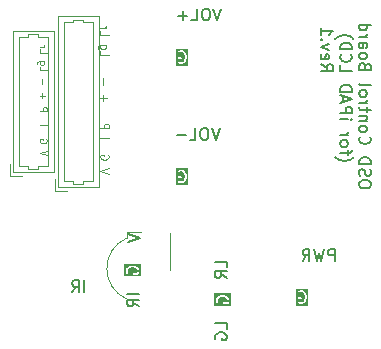
<source format=gbr>
%TF.GenerationSoftware,KiCad,Pcbnew,7.0.9*%
%TF.CreationDate,2023-12-18T23:10:01+09:00*%
%TF.ProjectId,ipad_osd_control,69706164-5f6f-4736-945f-636f6e74726f,1*%
%TF.SameCoordinates,Original*%
%TF.FileFunction,Legend,Bot*%
%TF.FilePolarity,Positive*%
%FSLAX46Y46*%
G04 Gerber Fmt 4.6, Leading zero omitted, Abs format (unit mm)*
G04 Created by KiCad (PCBNEW 7.0.9) date 2023-12-18 23:10:01*
%MOMM*%
%LPD*%
G01*
G04 APERTURE LIST*
%ADD10C,0.100000*%
%ADD11C,0.150000*%
%ADD12C,0.120000*%
G04 APERTURE END LIST*
D10*
X115334228Y-91926668D02*
X114734228Y-91726668D01*
X114734228Y-91726668D02*
X115334228Y-91526668D01*
X115305657Y-90555239D02*
X115334228Y-90612382D01*
X115334228Y-90612382D02*
X115334228Y-90698096D01*
X115334228Y-90698096D02*
X115305657Y-90783810D01*
X115305657Y-90783810D02*
X115248514Y-90840953D01*
X115248514Y-90840953D02*
X115191371Y-90869524D01*
X115191371Y-90869524D02*
X115077085Y-90898096D01*
X115077085Y-90898096D02*
X114991371Y-90898096D01*
X114991371Y-90898096D02*
X114877085Y-90869524D01*
X114877085Y-90869524D02*
X114819942Y-90840953D01*
X114819942Y-90840953D02*
X114762800Y-90783810D01*
X114762800Y-90783810D02*
X114734228Y-90698096D01*
X114734228Y-90698096D02*
X114734228Y-90640953D01*
X114734228Y-90640953D02*
X114762800Y-90555239D01*
X114762800Y-90555239D02*
X114791371Y-90526667D01*
X114791371Y-90526667D02*
X114991371Y-90526667D01*
X114991371Y-90526667D02*
X114991371Y-90640953D01*
X114734228Y-89355238D02*
X115334228Y-89355238D01*
X114734228Y-88155238D02*
X115334228Y-88155238D01*
X115334228Y-88155238D02*
X115334228Y-87926667D01*
X115334228Y-87926667D02*
X115305657Y-87869524D01*
X115305657Y-87869524D02*
X115277085Y-87840953D01*
X115277085Y-87840953D02*
X115219942Y-87812381D01*
X115219942Y-87812381D02*
X115134228Y-87812381D01*
X115134228Y-87812381D02*
X115077085Y-87840953D01*
X115077085Y-87840953D02*
X115048514Y-87869524D01*
X115048514Y-87869524D02*
X115019942Y-87926667D01*
X115019942Y-87926667D02*
X115019942Y-88155238D01*
X114962800Y-87098095D02*
X114962800Y-86640953D01*
X114734228Y-86869524D02*
X115191371Y-86869524D01*
X114962800Y-85898095D02*
X114962800Y-85440953D01*
X114734228Y-84412381D02*
X114734228Y-84698095D01*
X114734228Y-84698095D02*
X115334228Y-84698095D01*
X115134228Y-83955239D02*
X114648514Y-83955239D01*
X114648514Y-83955239D02*
X114591371Y-83983810D01*
X114591371Y-83983810D02*
X114562800Y-84012381D01*
X114562800Y-84012381D02*
X114534228Y-84069524D01*
X114534228Y-84069524D02*
X114534228Y-84155239D01*
X114534228Y-84155239D02*
X114562800Y-84212381D01*
X114762800Y-83955239D02*
X114734228Y-84012381D01*
X114734228Y-84012381D02*
X114734228Y-84126667D01*
X114734228Y-84126667D02*
X114762800Y-84183810D01*
X114762800Y-84183810D02*
X114791371Y-84212381D01*
X114791371Y-84212381D02*
X114848514Y-84240953D01*
X114848514Y-84240953D02*
X115019942Y-84240953D01*
X115019942Y-84240953D02*
X115077085Y-84212381D01*
X115077085Y-84212381D02*
X115105657Y-84183810D01*
X115105657Y-84183810D02*
X115134228Y-84126667D01*
X115134228Y-84126667D02*
X115134228Y-84012381D01*
X115134228Y-84012381D02*
X115105657Y-83955239D01*
X114734228Y-82926667D02*
X114734228Y-83212381D01*
X114734228Y-83212381D02*
X115334228Y-83212381D01*
X114734228Y-82726667D02*
X115134228Y-82726667D01*
X115019942Y-82726667D02*
X115077085Y-82698096D01*
X115077085Y-82698096D02*
X115105657Y-82669525D01*
X115105657Y-82669525D02*
X115134228Y-82612382D01*
X115134228Y-82612382D02*
X115134228Y-82555239D01*
X120577266Y-93491944D02*
X119877266Y-93258611D01*
X119877266Y-93258611D02*
X120577266Y-93025277D01*
X120543933Y-91891944D02*
X120577266Y-91958611D01*
X120577266Y-91958611D02*
X120577266Y-92058611D01*
X120577266Y-92058611D02*
X120543933Y-92158611D01*
X120543933Y-92158611D02*
X120477266Y-92225278D01*
X120477266Y-92225278D02*
X120410600Y-92258611D01*
X120410600Y-92258611D02*
X120277266Y-92291944D01*
X120277266Y-92291944D02*
X120177266Y-92291944D01*
X120177266Y-92291944D02*
X120043933Y-92258611D01*
X120043933Y-92258611D02*
X119977266Y-92225278D01*
X119977266Y-92225278D02*
X119910600Y-92158611D01*
X119910600Y-92158611D02*
X119877266Y-92058611D01*
X119877266Y-92058611D02*
X119877266Y-91991944D01*
X119877266Y-91991944D02*
X119910600Y-91891944D01*
X119910600Y-91891944D02*
X119943933Y-91858611D01*
X119943933Y-91858611D02*
X120177266Y-91858611D01*
X120177266Y-91858611D02*
X120177266Y-91991944D01*
X119877266Y-90491945D02*
X120577266Y-90491945D01*
X119877266Y-89625279D02*
X120577266Y-89625279D01*
X120577266Y-89625279D02*
X120577266Y-89358612D01*
X120577266Y-89358612D02*
X120543933Y-89291946D01*
X120543933Y-89291946D02*
X120510600Y-89258612D01*
X120510600Y-89258612D02*
X120443933Y-89225279D01*
X120443933Y-89225279D02*
X120343933Y-89225279D01*
X120343933Y-89225279D02*
X120277266Y-89258612D01*
X120277266Y-89258612D02*
X120243933Y-89291946D01*
X120243933Y-89291946D02*
X120210600Y-89358612D01*
X120210600Y-89358612D02*
X120210600Y-89625279D01*
X120143933Y-87325280D02*
X120143933Y-86791947D01*
X119877266Y-87058613D02*
X120410600Y-87058613D01*
X120143933Y-85925280D02*
X120143933Y-85391947D01*
X119877266Y-83125281D02*
X119877266Y-83458614D01*
X119877266Y-83458614D02*
X120577266Y-83458614D01*
X120343933Y-82591947D02*
X119777266Y-82591947D01*
X119777266Y-82591947D02*
X119710600Y-82625280D01*
X119710600Y-82625280D02*
X119677266Y-82658614D01*
X119677266Y-82658614D02*
X119643933Y-82725280D01*
X119643933Y-82725280D02*
X119643933Y-82825280D01*
X119643933Y-82825280D02*
X119677266Y-82891947D01*
X119910600Y-82591947D02*
X119877266Y-82658614D01*
X119877266Y-82658614D02*
X119877266Y-82791947D01*
X119877266Y-82791947D02*
X119910600Y-82858614D01*
X119910600Y-82858614D02*
X119943933Y-82891947D01*
X119943933Y-82891947D02*
X120010600Y-82925280D01*
X120010600Y-82925280D02*
X120210600Y-82925280D01*
X120210600Y-82925280D02*
X120277266Y-82891947D01*
X120277266Y-82891947D02*
X120310600Y-82858614D01*
X120310600Y-82858614D02*
X120343933Y-82791947D01*
X120343933Y-82791947D02*
X120343933Y-82658614D01*
X120343933Y-82658614D02*
X120310600Y-82591947D01*
X119877266Y-81391948D02*
X119877266Y-81725281D01*
X119877266Y-81725281D02*
X120577266Y-81725281D01*
X119877266Y-81158614D02*
X120343933Y-81158614D01*
X120210600Y-81158614D02*
X120277266Y-81125281D01*
X120277266Y-81125281D02*
X120310600Y-81091947D01*
X120310600Y-81091947D02*
X120343933Y-81025281D01*
X120343933Y-81025281D02*
X120343933Y-80958614D01*
D11*
G36*
X123328476Y-102167264D02*
G01*
X121892762Y-102167264D01*
X121892762Y-101806550D01*
X122035619Y-101806550D01*
X122037152Y-101810763D01*
X122036111Y-101815124D01*
X122043537Y-101840091D01*
X122091156Y-101935329D01*
X122128410Y-101970601D01*
X122179620Y-101973676D01*
X122220826Y-101943112D01*
X122232746Y-101893213D01*
X122225320Y-101868247D01*
X122185619Y-101788845D01*
X122185619Y-101675863D01*
X122223790Y-101561349D01*
X122297903Y-101487237D01*
X122374890Y-101448743D01*
X122548424Y-101405360D01*
X122672813Y-101405360D01*
X122846347Y-101448743D01*
X122923334Y-101487237D01*
X122997448Y-101561350D01*
X123035619Y-101675863D01*
X123035619Y-101746761D01*
X122997448Y-101861273D01*
X122984314Y-101874407D01*
X122757047Y-101874407D01*
X122757047Y-101758931D01*
X122739500Y-101710722D01*
X122695071Y-101685070D01*
X122644547Y-101693979D01*
X122611570Y-101733279D01*
X122607047Y-101758931D01*
X122607047Y-101949407D01*
X122613710Y-101967715D01*
X122617095Y-101986907D01*
X122622279Y-101991257D01*
X122624594Y-101997616D01*
X122641467Y-102007358D01*
X122656395Y-102019884D01*
X122666137Y-102021601D01*
X122669023Y-102023268D01*
X122672305Y-102022689D01*
X122682047Y-102024407D01*
X123015380Y-102024407D01*
X123030763Y-102018807D01*
X123047075Y-102017381D01*
X123060489Y-102007988D01*
X123063589Y-102006860D01*
X123064598Y-102005110D01*
X123068412Y-102002441D01*
X123116032Y-101954822D01*
X123117927Y-101950757D01*
X123121748Y-101948410D01*
X123134151Y-101925505D01*
X123181770Y-101782649D01*
X123181725Y-101781013D01*
X123185619Y-101758931D01*
X123185619Y-101663693D01*
X123185059Y-101662155D01*
X123181770Y-101639975D01*
X123134151Y-101497119D01*
X123131364Y-101493608D01*
X123130974Y-101489140D01*
X123116033Y-101467803D01*
X123020794Y-101372565D01*
X123019312Y-101371874D01*
X123001302Y-101358516D01*
X122906064Y-101310897D01*
X122902535Y-101310490D01*
X122890713Y-101305218D01*
X122700237Y-101257599D01*
X122696788Y-101257959D01*
X122682047Y-101255360D01*
X122539190Y-101255360D01*
X122535932Y-101256545D01*
X122521000Y-101257599D01*
X122330524Y-101305218D01*
X122327579Y-101307206D01*
X122315173Y-101310897D01*
X122219935Y-101358516D01*
X122218811Y-101359702D01*
X122200443Y-101372565D01*
X122105205Y-101467803D01*
X122103310Y-101471866D01*
X122099489Y-101474214D01*
X122087087Y-101497119D01*
X122039468Y-101639976D01*
X122039512Y-101641610D01*
X122035619Y-101663693D01*
X122035619Y-101806550D01*
X121892762Y-101806550D01*
X121892762Y-101112503D01*
X123328476Y-101112503D01*
X123328476Y-102167264D01*
G37*
X122263019Y-99272477D02*
X123263019Y-98939144D01*
X123263019Y-98939144D02*
X122263019Y-98605811D01*
X123161419Y-103663979D02*
X122161419Y-103663979D01*
X123161419Y-104711597D02*
X122685228Y-104378264D01*
X123161419Y-104140169D02*
X122161419Y-104140169D01*
X122161419Y-104140169D02*
X122161419Y-104521121D01*
X122161419Y-104521121D02*
X122209038Y-104616359D01*
X122209038Y-104616359D02*
X122256657Y-104663978D01*
X122256657Y-104663978D02*
X122351895Y-104711597D01*
X122351895Y-104711597D02*
X122494752Y-104711597D01*
X122494752Y-104711597D02*
X122589990Y-104663978D01*
X122589990Y-104663978D02*
X122637609Y-104616359D01*
X122637609Y-104616359D02*
X122685228Y-104521121D01*
X122685228Y-104521121D02*
X122685228Y-104140169D01*
G36*
X130948476Y-104656464D02*
G01*
X129512762Y-104656464D01*
X129512762Y-104295750D01*
X129655619Y-104295750D01*
X129657152Y-104299963D01*
X129656111Y-104304324D01*
X129663537Y-104329291D01*
X129711156Y-104424529D01*
X129748410Y-104459801D01*
X129799620Y-104462876D01*
X129840826Y-104432312D01*
X129852746Y-104382413D01*
X129845320Y-104357447D01*
X129805619Y-104278045D01*
X129805619Y-104165063D01*
X129843790Y-104050549D01*
X129917903Y-103976437D01*
X129994890Y-103937943D01*
X130168424Y-103894560D01*
X130292813Y-103894560D01*
X130466347Y-103937943D01*
X130543334Y-103976437D01*
X130617448Y-104050550D01*
X130655619Y-104165063D01*
X130655619Y-104235961D01*
X130617448Y-104350473D01*
X130604314Y-104363607D01*
X130377047Y-104363607D01*
X130377047Y-104248131D01*
X130359500Y-104199922D01*
X130315071Y-104174270D01*
X130264547Y-104183179D01*
X130231570Y-104222479D01*
X130227047Y-104248131D01*
X130227047Y-104438607D01*
X130233710Y-104456915D01*
X130237095Y-104476107D01*
X130242279Y-104480457D01*
X130244594Y-104486816D01*
X130261467Y-104496558D01*
X130276395Y-104509084D01*
X130286137Y-104510801D01*
X130289023Y-104512468D01*
X130292305Y-104511889D01*
X130302047Y-104513607D01*
X130635380Y-104513607D01*
X130650763Y-104508007D01*
X130667075Y-104506581D01*
X130680489Y-104497188D01*
X130683589Y-104496060D01*
X130684598Y-104494310D01*
X130688412Y-104491641D01*
X130736032Y-104444022D01*
X130737927Y-104439957D01*
X130741748Y-104437610D01*
X130754151Y-104414705D01*
X130801770Y-104271849D01*
X130801725Y-104270213D01*
X130805619Y-104248131D01*
X130805619Y-104152893D01*
X130805059Y-104151355D01*
X130801770Y-104129175D01*
X130754151Y-103986319D01*
X130751364Y-103982808D01*
X130750974Y-103978340D01*
X130736033Y-103957003D01*
X130640794Y-103861765D01*
X130639312Y-103861074D01*
X130621302Y-103847716D01*
X130526064Y-103800097D01*
X130522535Y-103799690D01*
X130510713Y-103794418D01*
X130320237Y-103746799D01*
X130316788Y-103747159D01*
X130302047Y-103744560D01*
X130159190Y-103744560D01*
X130155932Y-103745745D01*
X130141000Y-103746799D01*
X129950524Y-103794418D01*
X129947579Y-103796406D01*
X129935173Y-103800097D01*
X129839935Y-103847716D01*
X129838811Y-103848902D01*
X129820443Y-103861765D01*
X129725205Y-103957003D01*
X129723310Y-103961066D01*
X129719489Y-103963414D01*
X129707087Y-103986319D01*
X129659468Y-104129176D01*
X129659512Y-104130810D01*
X129655619Y-104152893D01*
X129655619Y-104295750D01*
X129512762Y-104295750D01*
X129512762Y-103601703D01*
X130948476Y-103601703D01*
X130948476Y-104656464D01*
G37*
G36*
X137495096Y-104634076D02*
G01*
X136440335Y-104634076D01*
X136440335Y-104320980D01*
X136583192Y-104320980D01*
X136588791Y-104336363D01*
X136590218Y-104352675D01*
X136599610Y-104366089D01*
X136600739Y-104369189D01*
X136602488Y-104370198D01*
X136605158Y-104374012D01*
X136652777Y-104421632D01*
X136656841Y-104423527D01*
X136659189Y-104427348D01*
X136682094Y-104439751D01*
X136824950Y-104487370D01*
X136826585Y-104487325D01*
X136848668Y-104491219D01*
X136943906Y-104491219D01*
X136945444Y-104490658D01*
X136967623Y-104487370D01*
X137110480Y-104439751D01*
X137113992Y-104436963D01*
X137118459Y-104436573D01*
X137139796Y-104421633D01*
X137235035Y-104326393D01*
X137235726Y-104324910D01*
X137249083Y-104306902D01*
X137296702Y-104211664D01*
X137297108Y-104208135D01*
X137302381Y-104196313D01*
X137350000Y-104005837D01*
X137349639Y-104002388D01*
X137352239Y-103987647D01*
X137352239Y-103844790D01*
X137351053Y-103841532D01*
X137350000Y-103826600D01*
X137302381Y-103636124D01*
X137300392Y-103633179D01*
X137296702Y-103620773D01*
X137249083Y-103525535D01*
X137247896Y-103524411D01*
X137235034Y-103506043D01*
X137139796Y-103410805D01*
X137135732Y-103408910D01*
X137133385Y-103405089D01*
X137110480Y-103392687D01*
X136967623Y-103345068D01*
X136965988Y-103345112D01*
X136943906Y-103341219D01*
X136801049Y-103341219D01*
X136796835Y-103342752D01*
X136792474Y-103341711D01*
X136767508Y-103349137D01*
X136672270Y-103396756D01*
X136636998Y-103434010D01*
X136633923Y-103485221D01*
X136664487Y-103526426D01*
X136714385Y-103538346D01*
X136739352Y-103530920D01*
X136818754Y-103491219D01*
X136931736Y-103491219D01*
X137046249Y-103529390D01*
X137120362Y-103603503D01*
X137158855Y-103680490D01*
X137202239Y-103854024D01*
X137202239Y-103978413D01*
X137158855Y-104151947D01*
X137120361Y-104228934D01*
X137046249Y-104303047D01*
X136931736Y-104341219D01*
X136860838Y-104341219D01*
X136746325Y-104303048D01*
X136733192Y-104289914D01*
X136733192Y-104062647D01*
X136848668Y-104062647D01*
X136896877Y-104045100D01*
X136922529Y-104000671D01*
X136913620Y-103950147D01*
X136874320Y-103917170D01*
X136848668Y-103912647D01*
X136658192Y-103912647D01*
X136639883Y-103919310D01*
X136620692Y-103922695D01*
X136616341Y-103927879D01*
X136609983Y-103930194D01*
X136600240Y-103947067D01*
X136587715Y-103961995D01*
X136585997Y-103971737D01*
X136584331Y-103974623D01*
X136584909Y-103977905D01*
X136583192Y-103987647D01*
X136583192Y-104320980D01*
X136440335Y-104320980D01*
X136440335Y-103198362D01*
X137495096Y-103198362D01*
X137495096Y-104634076D01*
G37*
G36*
X127335096Y-94423276D02*
G01*
X126280335Y-94423276D01*
X126280335Y-94110180D01*
X126423192Y-94110180D01*
X126428791Y-94125563D01*
X126430218Y-94141875D01*
X126439610Y-94155289D01*
X126440739Y-94158389D01*
X126442488Y-94159398D01*
X126445158Y-94163212D01*
X126492777Y-94210832D01*
X126496841Y-94212727D01*
X126499189Y-94216548D01*
X126522094Y-94228951D01*
X126664950Y-94276570D01*
X126666585Y-94276525D01*
X126688668Y-94280419D01*
X126783906Y-94280419D01*
X126785444Y-94279858D01*
X126807623Y-94276570D01*
X126950480Y-94228951D01*
X126953992Y-94226163D01*
X126958459Y-94225773D01*
X126979796Y-94210833D01*
X127075035Y-94115593D01*
X127075726Y-94114110D01*
X127089083Y-94096102D01*
X127136702Y-94000864D01*
X127137108Y-93997335D01*
X127142381Y-93985513D01*
X127190000Y-93795037D01*
X127189639Y-93791588D01*
X127192239Y-93776847D01*
X127192239Y-93633990D01*
X127191053Y-93630732D01*
X127190000Y-93615800D01*
X127142381Y-93425324D01*
X127140392Y-93422379D01*
X127136702Y-93409973D01*
X127089083Y-93314735D01*
X127087896Y-93313611D01*
X127075034Y-93295243D01*
X126979796Y-93200005D01*
X126975732Y-93198110D01*
X126973385Y-93194289D01*
X126950480Y-93181887D01*
X126807623Y-93134268D01*
X126805988Y-93134312D01*
X126783906Y-93130419D01*
X126641049Y-93130419D01*
X126636835Y-93131952D01*
X126632474Y-93130911D01*
X126607508Y-93138337D01*
X126512270Y-93185956D01*
X126476998Y-93223210D01*
X126473923Y-93274421D01*
X126504487Y-93315626D01*
X126554385Y-93327546D01*
X126579352Y-93320120D01*
X126658754Y-93280419D01*
X126771736Y-93280419D01*
X126886249Y-93318590D01*
X126960362Y-93392703D01*
X126998855Y-93469690D01*
X127042239Y-93643224D01*
X127042239Y-93767613D01*
X126998855Y-93941147D01*
X126960361Y-94018134D01*
X126886249Y-94092247D01*
X126771736Y-94130419D01*
X126700838Y-94130419D01*
X126586325Y-94092248D01*
X126573192Y-94079114D01*
X126573192Y-93851847D01*
X126688668Y-93851847D01*
X126736877Y-93834300D01*
X126762529Y-93789871D01*
X126753620Y-93739347D01*
X126714320Y-93706370D01*
X126688668Y-93701847D01*
X126498192Y-93701847D01*
X126479883Y-93708510D01*
X126460692Y-93711895D01*
X126456341Y-93717079D01*
X126449983Y-93719394D01*
X126440240Y-93736267D01*
X126427715Y-93751195D01*
X126425997Y-93760937D01*
X126424331Y-93763823D01*
X126424909Y-93767105D01*
X126423192Y-93776847D01*
X126423192Y-94110180D01*
X126280335Y-94110180D01*
X126280335Y-92987562D01*
X127335096Y-92987562D01*
X127335096Y-94423276D01*
G37*
G36*
X127335096Y-84314076D02*
G01*
X126280335Y-84314076D01*
X126280335Y-84000980D01*
X126423192Y-84000980D01*
X126428791Y-84016363D01*
X126430218Y-84032675D01*
X126439610Y-84046089D01*
X126440739Y-84049189D01*
X126442488Y-84050198D01*
X126445158Y-84054012D01*
X126492777Y-84101632D01*
X126496841Y-84103527D01*
X126499189Y-84107348D01*
X126522094Y-84119751D01*
X126664950Y-84167370D01*
X126666585Y-84167325D01*
X126688668Y-84171219D01*
X126783906Y-84171219D01*
X126785444Y-84170658D01*
X126807623Y-84167370D01*
X126950480Y-84119751D01*
X126953992Y-84116963D01*
X126958459Y-84116573D01*
X126979796Y-84101633D01*
X127075035Y-84006393D01*
X127075726Y-84004910D01*
X127089083Y-83986902D01*
X127136702Y-83891664D01*
X127137108Y-83888135D01*
X127142381Y-83876313D01*
X127190000Y-83685837D01*
X127189639Y-83682388D01*
X127192239Y-83667647D01*
X127192239Y-83524790D01*
X127191053Y-83521532D01*
X127190000Y-83506600D01*
X127142381Y-83316124D01*
X127140392Y-83313179D01*
X127136702Y-83300773D01*
X127089083Y-83205535D01*
X127087896Y-83204411D01*
X127075034Y-83186043D01*
X126979796Y-83090805D01*
X126975732Y-83088910D01*
X126973385Y-83085089D01*
X126950480Y-83072687D01*
X126807623Y-83025068D01*
X126805988Y-83025112D01*
X126783906Y-83021219D01*
X126641049Y-83021219D01*
X126636835Y-83022752D01*
X126632474Y-83021711D01*
X126607508Y-83029137D01*
X126512270Y-83076756D01*
X126476998Y-83114010D01*
X126473923Y-83165221D01*
X126504487Y-83206426D01*
X126554385Y-83218346D01*
X126579352Y-83210920D01*
X126658754Y-83171219D01*
X126771736Y-83171219D01*
X126886249Y-83209390D01*
X126960362Y-83283503D01*
X126998855Y-83360490D01*
X127042239Y-83534024D01*
X127042239Y-83658413D01*
X126998855Y-83831947D01*
X126960361Y-83908934D01*
X126886249Y-83983047D01*
X126771736Y-84021219D01*
X126700838Y-84021219D01*
X126586325Y-83983048D01*
X126573192Y-83969914D01*
X126573192Y-83742647D01*
X126688668Y-83742647D01*
X126736877Y-83725100D01*
X126762529Y-83680671D01*
X126753620Y-83630147D01*
X126714320Y-83597170D01*
X126688668Y-83592647D01*
X126498192Y-83592647D01*
X126479883Y-83599310D01*
X126460692Y-83602695D01*
X126456341Y-83607879D01*
X126449983Y-83610194D01*
X126440240Y-83627067D01*
X126427715Y-83641995D01*
X126425997Y-83651737D01*
X126424331Y-83654623D01*
X126424909Y-83657905D01*
X126423192Y-83667647D01*
X126423192Y-84000980D01*
X126280335Y-84000980D01*
X126280335Y-82878362D01*
X127335096Y-82878362D01*
X127335096Y-84314076D01*
G37*
X130578219Y-106629369D02*
X130578219Y-106153179D01*
X130578219Y-106153179D02*
X129578219Y-106153179D01*
X129625838Y-107486512D02*
X129578219Y-107391274D01*
X129578219Y-107391274D02*
X129578219Y-107248417D01*
X129578219Y-107248417D02*
X129625838Y-107105560D01*
X129625838Y-107105560D02*
X129721076Y-107010322D01*
X129721076Y-107010322D02*
X129816314Y-106962703D01*
X129816314Y-106962703D02*
X130006790Y-106915084D01*
X130006790Y-106915084D02*
X130149647Y-106915084D01*
X130149647Y-106915084D02*
X130340123Y-106962703D01*
X130340123Y-106962703D02*
X130435361Y-107010322D01*
X130435361Y-107010322D02*
X130530600Y-107105560D01*
X130530600Y-107105560D02*
X130578219Y-107248417D01*
X130578219Y-107248417D02*
X130578219Y-107343655D01*
X130578219Y-107343655D02*
X130530600Y-107486512D01*
X130530600Y-107486512D02*
X130482980Y-107534131D01*
X130482980Y-107534131D02*
X130149647Y-107534131D01*
X130149647Y-107534131D02*
X130149647Y-107343655D01*
X130578219Y-101396969D02*
X130578219Y-100920779D01*
X130578219Y-100920779D02*
X129578219Y-100920779D01*
X130578219Y-102301731D02*
X130102028Y-101968398D01*
X130578219Y-101730303D02*
X129578219Y-101730303D01*
X129578219Y-101730303D02*
X129578219Y-102111255D01*
X129578219Y-102111255D02*
X129625838Y-102206493D01*
X129625838Y-102206493D02*
X129673457Y-102254112D01*
X129673457Y-102254112D02*
X129768695Y-102301731D01*
X129768695Y-102301731D02*
X129911552Y-102301731D01*
X129911552Y-102301731D02*
X130006790Y-102254112D01*
X130006790Y-102254112D02*
X130054409Y-102206493D01*
X130054409Y-102206493D02*
X130102028Y-102111255D01*
X130102028Y-102111255D02*
X130102028Y-101730303D01*
X118535220Y-103501819D02*
X118535220Y-102501819D01*
X117487602Y-103501819D02*
X117820935Y-103025628D01*
X118059030Y-103501819D02*
X118059030Y-102501819D01*
X118059030Y-102501819D02*
X117678078Y-102501819D01*
X117678078Y-102501819D02*
X117582840Y-102549438D01*
X117582840Y-102549438D02*
X117535221Y-102597057D01*
X117535221Y-102597057D02*
X117487602Y-102692295D01*
X117487602Y-102692295D02*
X117487602Y-102835152D01*
X117487602Y-102835152D02*
X117535221Y-102930390D01*
X117535221Y-102930390D02*
X117582840Y-102978009D01*
X117582840Y-102978009D02*
X117678078Y-103025628D01*
X117678078Y-103025628D02*
X118059030Y-103025628D01*
X139718820Y-100860219D02*
X139718820Y-99860219D01*
X139718820Y-99860219D02*
X139337868Y-99860219D01*
X139337868Y-99860219D02*
X139242630Y-99907838D01*
X139242630Y-99907838D02*
X139195011Y-99955457D01*
X139195011Y-99955457D02*
X139147392Y-100050695D01*
X139147392Y-100050695D02*
X139147392Y-100193552D01*
X139147392Y-100193552D02*
X139195011Y-100288790D01*
X139195011Y-100288790D02*
X139242630Y-100336409D01*
X139242630Y-100336409D02*
X139337868Y-100384028D01*
X139337868Y-100384028D02*
X139718820Y-100384028D01*
X138814058Y-99860219D02*
X138575963Y-100860219D01*
X138575963Y-100860219D02*
X138385487Y-100145933D01*
X138385487Y-100145933D02*
X138195011Y-100860219D01*
X138195011Y-100860219D02*
X137956916Y-99860219D01*
X137004535Y-100860219D02*
X137337868Y-100384028D01*
X137575963Y-100860219D02*
X137575963Y-99860219D01*
X137575963Y-99860219D02*
X137195011Y-99860219D01*
X137195011Y-99860219D02*
X137099773Y-99907838D01*
X137099773Y-99907838D02*
X137052154Y-99955457D01*
X137052154Y-99955457D02*
X137004535Y-100050695D01*
X137004535Y-100050695D02*
X137004535Y-100193552D01*
X137004535Y-100193552D02*
X137052154Y-100288790D01*
X137052154Y-100288790D02*
X137099773Y-100336409D01*
X137099773Y-100336409D02*
X137195011Y-100384028D01*
X137195011Y-100384028D02*
X137575963Y-100384028D01*
X129981077Y-89598619D02*
X129647744Y-90598619D01*
X129647744Y-90598619D02*
X129314411Y-89598619D01*
X128790601Y-89598619D02*
X128600125Y-89598619D01*
X128600125Y-89598619D02*
X128504887Y-89646238D01*
X128504887Y-89646238D02*
X128409649Y-89741476D01*
X128409649Y-89741476D02*
X128362030Y-89931952D01*
X128362030Y-89931952D02*
X128362030Y-90265285D01*
X128362030Y-90265285D02*
X128409649Y-90455761D01*
X128409649Y-90455761D02*
X128504887Y-90551000D01*
X128504887Y-90551000D02*
X128600125Y-90598619D01*
X128600125Y-90598619D02*
X128790601Y-90598619D01*
X128790601Y-90598619D02*
X128885839Y-90551000D01*
X128885839Y-90551000D02*
X128981077Y-90455761D01*
X128981077Y-90455761D02*
X129028696Y-90265285D01*
X129028696Y-90265285D02*
X129028696Y-89931952D01*
X129028696Y-89931952D02*
X128981077Y-89741476D01*
X128981077Y-89741476D02*
X128885839Y-89646238D01*
X128885839Y-89646238D02*
X128790601Y-89598619D01*
X127457268Y-90598619D02*
X127933458Y-90598619D01*
X127933458Y-90598619D02*
X127933458Y-89598619D01*
X127123934Y-90217666D02*
X126362030Y-90217666D01*
X130108077Y-79489419D02*
X129774744Y-80489419D01*
X129774744Y-80489419D02*
X129441411Y-79489419D01*
X128917601Y-79489419D02*
X128727125Y-79489419D01*
X128727125Y-79489419D02*
X128631887Y-79537038D01*
X128631887Y-79537038D02*
X128536649Y-79632276D01*
X128536649Y-79632276D02*
X128489030Y-79822752D01*
X128489030Y-79822752D02*
X128489030Y-80156085D01*
X128489030Y-80156085D02*
X128536649Y-80346561D01*
X128536649Y-80346561D02*
X128631887Y-80441800D01*
X128631887Y-80441800D02*
X128727125Y-80489419D01*
X128727125Y-80489419D02*
X128917601Y-80489419D01*
X128917601Y-80489419D02*
X129012839Y-80441800D01*
X129012839Y-80441800D02*
X129108077Y-80346561D01*
X129108077Y-80346561D02*
X129155696Y-80156085D01*
X129155696Y-80156085D02*
X129155696Y-79822752D01*
X129155696Y-79822752D02*
X129108077Y-79632276D01*
X129108077Y-79632276D02*
X129012839Y-79537038D01*
X129012839Y-79537038D02*
X128917601Y-79489419D01*
X127584268Y-80489419D02*
X128060458Y-80489419D01*
X128060458Y-80489419D02*
X128060458Y-79489419D01*
X127250934Y-80108466D02*
X126489030Y-80108466D01*
X126869982Y-80489419D02*
X126869982Y-79727514D01*
X142780180Y-94468744D02*
X142780180Y-94278268D01*
X142780180Y-94278268D02*
X142732561Y-94183030D01*
X142732561Y-94183030D02*
X142637323Y-94087792D01*
X142637323Y-94087792D02*
X142446847Y-94040173D01*
X142446847Y-94040173D02*
X142113514Y-94040173D01*
X142113514Y-94040173D02*
X141923038Y-94087792D01*
X141923038Y-94087792D02*
X141827800Y-94183030D01*
X141827800Y-94183030D02*
X141780180Y-94278268D01*
X141780180Y-94278268D02*
X141780180Y-94468744D01*
X141780180Y-94468744D02*
X141827800Y-94563982D01*
X141827800Y-94563982D02*
X141923038Y-94659220D01*
X141923038Y-94659220D02*
X142113514Y-94706839D01*
X142113514Y-94706839D02*
X142446847Y-94706839D01*
X142446847Y-94706839D02*
X142637323Y-94659220D01*
X142637323Y-94659220D02*
X142732561Y-94563982D01*
X142732561Y-94563982D02*
X142780180Y-94468744D01*
X141827800Y-93659220D02*
X141780180Y-93516363D01*
X141780180Y-93516363D02*
X141780180Y-93278268D01*
X141780180Y-93278268D02*
X141827800Y-93183030D01*
X141827800Y-93183030D02*
X141875419Y-93135411D01*
X141875419Y-93135411D02*
X141970657Y-93087792D01*
X141970657Y-93087792D02*
X142065895Y-93087792D01*
X142065895Y-93087792D02*
X142161133Y-93135411D01*
X142161133Y-93135411D02*
X142208752Y-93183030D01*
X142208752Y-93183030D02*
X142256371Y-93278268D01*
X142256371Y-93278268D02*
X142303990Y-93468744D01*
X142303990Y-93468744D02*
X142351609Y-93563982D01*
X142351609Y-93563982D02*
X142399228Y-93611601D01*
X142399228Y-93611601D02*
X142494466Y-93659220D01*
X142494466Y-93659220D02*
X142589704Y-93659220D01*
X142589704Y-93659220D02*
X142684942Y-93611601D01*
X142684942Y-93611601D02*
X142732561Y-93563982D01*
X142732561Y-93563982D02*
X142780180Y-93468744D01*
X142780180Y-93468744D02*
X142780180Y-93230649D01*
X142780180Y-93230649D02*
X142732561Y-93087792D01*
X141780180Y-92659220D02*
X142780180Y-92659220D01*
X142780180Y-92659220D02*
X142780180Y-92421125D01*
X142780180Y-92421125D02*
X142732561Y-92278268D01*
X142732561Y-92278268D02*
X142637323Y-92183030D01*
X142637323Y-92183030D02*
X142542085Y-92135411D01*
X142542085Y-92135411D02*
X142351609Y-92087792D01*
X142351609Y-92087792D02*
X142208752Y-92087792D01*
X142208752Y-92087792D02*
X142018276Y-92135411D01*
X142018276Y-92135411D02*
X141923038Y-92183030D01*
X141923038Y-92183030D02*
X141827800Y-92278268D01*
X141827800Y-92278268D02*
X141780180Y-92421125D01*
X141780180Y-92421125D02*
X141780180Y-92659220D01*
X141875419Y-90325887D02*
X141827800Y-90373506D01*
X141827800Y-90373506D02*
X141780180Y-90516363D01*
X141780180Y-90516363D02*
X141780180Y-90611601D01*
X141780180Y-90611601D02*
X141827800Y-90754458D01*
X141827800Y-90754458D02*
X141923038Y-90849696D01*
X141923038Y-90849696D02*
X142018276Y-90897315D01*
X142018276Y-90897315D02*
X142208752Y-90944934D01*
X142208752Y-90944934D02*
X142351609Y-90944934D01*
X142351609Y-90944934D02*
X142542085Y-90897315D01*
X142542085Y-90897315D02*
X142637323Y-90849696D01*
X142637323Y-90849696D02*
X142732561Y-90754458D01*
X142732561Y-90754458D02*
X142780180Y-90611601D01*
X142780180Y-90611601D02*
X142780180Y-90516363D01*
X142780180Y-90516363D02*
X142732561Y-90373506D01*
X142732561Y-90373506D02*
X142684942Y-90325887D01*
X141780180Y-89754458D02*
X141827800Y-89849696D01*
X141827800Y-89849696D02*
X141875419Y-89897315D01*
X141875419Y-89897315D02*
X141970657Y-89944934D01*
X141970657Y-89944934D02*
X142256371Y-89944934D01*
X142256371Y-89944934D02*
X142351609Y-89897315D01*
X142351609Y-89897315D02*
X142399228Y-89849696D01*
X142399228Y-89849696D02*
X142446847Y-89754458D01*
X142446847Y-89754458D02*
X142446847Y-89611601D01*
X142446847Y-89611601D02*
X142399228Y-89516363D01*
X142399228Y-89516363D02*
X142351609Y-89468744D01*
X142351609Y-89468744D02*
X142256371Y-89421125D01*
X142256371Y-89421125D02*
X141970657Y-89421125D01*
X141970657Y-89421125D02*
X141875419Y-89468744D01*
X141875419Y-89468744D02*
X141827800Y-89516363D01*
X141827800Y-89516363D02*
X141780180Y-89611601D01*
X141780180Y-89611601D02*
X141780180Y-89754458D01*
X142446847Y-88992553D02*
X141780180Y-88992553D01*
X142351609Y-88992553D02*
X142399228Y-88944934D01*
X142399228Y-88944934D02*
X142446847Y-88849696D01*
X142446847Y-88849696D02*
X142446847Y-88706839D01*
X142446847Y-88706839D02*
X142399228Y-88611601D01*
X142399228Y-88611601D02*
X142303990Y-88563982D01*
X142303990Y-88563982D02*
X141780180Y-88563982D01*
X142446847Y-88230648D02*
X142446847Y-87849696D01*
X142780180Y-88087791D02*
X141923038Y-88087791D01*
X141923038Y-88087791D02*
X141827800Y-88040172D01*
X141827800Y-88040172D02*
X141780180Y-87944934D01*
X141780180Y-87944934D02*
X141780180Y-87849696D01*
X141780180Y-87516362D02*
X142446847Y-87516362D01*
X142256371Y-87516362D02*
X142351609Y-87468743D01*
X142351609Y-87468743D02*
X142399228Y-87421124D01*
X142399228Y-87421124D02*
X142446847Y-87325886D01*
X142446847Y-87325886D02*
X142446847Y-87230648D01*
X141780180Y-86754457D02*
X141827800Y-86849695D01*
X141827800Y-86849695D02*
X141875419Y-86897314D01*
X141875419Y-86897314D02*
X141970657Y-86944933D01*
X141970657Y-86944933D02*
X142256371Y-86944933D01*
X142256371Y-86944933D02*
X142351609Y-86897314D01*
X142351609Y-86897314D02*
X142399228Y-86849695D01*
X142399228Y-86849695D02*
X142446847Y-86754457D01*
X142446847Y-86754457D02*
X142446847Y-86611600D01*
X142446847Y-86611600D02*
X142399228Y-86516362D01*
X142399228Y-86516362D02*
X142351609Y-86468743D01*
X142351609Y-86468743D02*
X142256371Y-86421124D01*
X142256371Y-86421124D02*
X141970657Y-86421124D01*
X141970657Y-86421124D02*
X141875419Y-86468743D01*
X141875419Y-86468743D02*
X141827800Y-86516362D01*
X141827800Y-86516362D02*
X141780180Y-86611600D01*
X141780180Y-86611600D02*
X141780180Y-86754457D01*
X141780180Y-85849695D02*
X141827800Y-85944933D01*
X141827800Y-85944933D02*
X141923038Y-85992552D01*
X141923038Y-85992552D02*
X142780180Y-85992552D01*
X142303990Y-84373504D02*
X142256371Y-84230647D01*
X142256371Y-84230647D02*
X142208752Y-84183028D01*
X142208752Y-84183028D02*
X142113514Y-84135409D01*
X142113514Y-84135409D02*
X141970657Y-84135409D01*
X141970657Y-84135409D02*
X141875419Y-84183028D01*
X141875419Y-84183028D02*
X141827800Y-84230647D01*
X141827800Y-84230647D02*
X141780180Y-84325885D01*
X141780180Y-84325885D02*
X141780180Y-84706837D01*
X141780180Y-84706837D02*
X142780180Y-84706837D01*
X142780180Y-84706837D02*
X142780180Y-84373504D01*
X142780180Y-84373504D02*
X142732561Y-84278266D01*
X142732561Y-84278266D02*
X142684942Y-84230647D01*
X142684942Y-84230647D02*
X142589704Y-84183028D01*
X142589704Y-84183028D02*
X142494466Y-84183028D01*
X142494466Y-84183028D02*
X142399228Y-84230647D01*
X142399228Y-84230647D02*
X142351609Y-84278266D01*
X142351609Y-84278266D02*
X142303990Y-84373504D01*
X142303990Y-84373504D02*
X142303990Y-84706837D01*
X141780180Y-83563980D02*
X141827800Y-83659218D01*
X141827800Y-83659218D02*
X141875419Y-83706837D01*
X141875419Y-83706837D02*
X141970657Y-83754456D01*
X141970657Y-83754456D02*
X142256371Y-83754456D01*
X142256371Y-83754456D02*
X142351609Y-83706837D01*
X142351609Y-83706837D02*
X142399228Y-83659218D01*
X142399228Y-83659218D02*
X142446847Y-83563980D01*
X142446847Y-83563980D02*
X142446847Y-83421123D01*
X142446847Y-83421123D02*
X142399228Y-83325885D01*
X142399228Y-83325885D02*
X142351609Y-83278266D01*
X142351609Y-83278266D02*
X142256371Y-83230647D01*
X142256371Y-83230647D02*
X141970657Y-83230647D01*
X141970657Y-83230647D02*
X141875419Y-83278266D01*
X141875419Y-83278266D02*
X141827800Y-83325885D01*
X141827800Y-83325885D02*
X141780180Y-83421123D01*
X141780180Y-83421123D02*
X141780180Y-83563980D01*
X141780180Y-82373504D02*
X142303990Y-82373504D01*
X142303990Y-82373504D02*
X142399228Y-82421123D01*
X142399228Y-82421123D02*
X142446847Y-82516361D01*
X142446847Y-82516361D02*
X142446847Y-82706837D01*
X142446847Y-82706837D02*
X142399228Y-82802075D01*
X141827800Y-82373504D02*
X141780180Y-82468742D01*
X141780180Y-82468742D02*
X141780180Y-82706837D01*
X141780180Y-82706837D02*
X141827800Y-82802075D01*
X141827800Y-82802075D02*
X141923038Y-82849694D01*
X141923038Y-82849694D02*
X142018276Y-82849694D01*
X142018276Y-82849694D02*
X142113514Y-82802075D01*
X142113514Y-82802075D02*
X142161133Y-82706837D01*
X142161133Y-82706837D02*
X142161133Y-82468742D01*
X142161133Y-82468742D02*
X142208752Y-82373504D01*
X141780180Y-81897313D02*
X142446847Y-81897313D01*
X142256371Y-81897313D02*
X142351609Y-81849694D01*
X142351609Y-81849694D02*
X142399228Y-81802075D01*
X142399228Y-81802075D02*
X142446847Y-81706837D01*
X142446847Y-81706837D02*
X142446847Y-81611599D01*
X141780180Y-80849694D02*
X142780180Y-80849694D01*
X141827800Y-80849694D02*
X141780180Y-80944932D01*
X141780180Y-80944932D02*
X141780180Y-81135408D01*
X141780180Y-81135408D02*
X141827800Y-81230646D01*
X141827800Y-81230646D02*
X141875419Y-81278265D01*
X141875419Y-81278265D02*
X141970657Y-81325884D01*
X141970657Y-81325884D02*
X142256371Y-81325884D01*
X142256371Y-81325884D02*
X142351609Y-81278265D01*
X142351609Y-81278265D02*
X142399228Y-81230646D01*
X142399228Y-81230646D02*
X142446847Y-81135408D01*
X142446847Y-81135408D02*
X142446847Y-80944932D01*
X142446847Y-80944932D02*
X142399228Y-80849694D01*
X139789228Y-92087791D02*
X139836847Y-92135410D01*
X139836847Y-92135410D02*
X139979704Y-92230648D01*
X139979704Y-92230648D02*
X140074942Y-92278267D01*
X140074942Y-92278267D02*
X140217800Y-92325886D01*
X140217800Y-92325886D02*
X140455895Y-92373505D01*
X140455895Y-92373505D02*
X140646371Y-92373505D01*
X140646371Y-92373505D02*
X140884466Y-92325886D01*
X140884466Y-92325886D02*
X141027323Y-92278267D01*
X141027323Y-92278267D02*
X141122561Y-92230648D01*
X141122561Y-92230648D02*
X141265419Y-92135410D01*
X141265419Y-92135410D02*
X141313038Y-92087791D01*
X140836847Y-91849695D02*
X140836847Y-91468743D01*
X140170180Y-91706838D02*
X141027323Y-91706838D01*
X141027323Y-91706838D02*
X141122561Y-91659219D01*
X141122561Y-91659219D02*
X141170180Y-91563981D01*
X141170180Y-91563981D02*
X141170180Y-91468743D01*
X140170180Y-90992552D02*
X140217800Y-91087790D01*
X140217800Y-91087790D02*
X140265419Y-91135409D01*
X140265419Y-91135409D02*
X140360657Y-91183028D01*
X140360657Y-91183028D02*
X140646371Y-91183028D01*
X140646371Y-91183028D02*
X140741609Y-91135409D01*
X140741609Y-91135409D02*
X140789228Y-91087790D01*
X140789228Y-91087790D02*
X140836847Y-90992552D01*
X140836847Y-90992552D02*
X140836847Y-90849695D01*
X140836847Y-90849695D02*
X140789228Y-90754457D01*
X140789228Y-90754457D02*
X140741609Y-90706838D01*
X140741609Y-90706838D02*
X140646371Y-90659219D01*
X140646371Y-90659219D02*
X140360657Y-90659219D01*
X140360657Y-90659219D02*
X140265419Y-90706838D01*
X140265419Y-90706838D02*
X140217800Y-90754457D01*
X140217800Y-90754457D02*
X140170180Y-90849695D01*
X140170180Y-90849695D02*
X140170180Y-90992552D01*
X140170180Y-90230647D02*
X140836847Y-90230647D01*
X140646371Y-90230647D02*
X140741609Y-90183028D01*
X140741609Y-90183028D02*
X140789228Y-90135409D01*
X140789228Y-90135409D02*
X140836847Y-90040171D01*
X140836847Y-90040171D02*
X140836847Y-89944933D01*
X140170180Y-88849694D02*
X140836847Y-88849694D01*
X141170180Y-88849694D02*
X141122561Y-88897313D01*
X141122561Y-88897313D02*
X141074942Y-88849694D01*
X141074942Y-88849694D02*
X141122561Y-88802075D01*
X141122561Y-88802075D02*
X141170180Y-88849694D01*
X141170180Y-88849694D02*
X141074942Y-88849694D01*
X140170180Y-88373504D02*
X141170180Y-88373504D01*
X141170180Y-88373504D02*
X141170180Y-87992552D01*
X141170180Y-87992552D02*
X141122561Y-87897314D01*
X141122561Y-87897314D02*
X141074942Y-87849695D01*
X141074942Y-87849695D02*
X140979704Y-87802076D01*
X140979704Y-87802076D02*
X140836847Y-87802076D01*
X140836847Y-87802076D02*
X140741609Y-87849695D01*
X140741609Y-87849695D02*
X140693990Y-87897314D01*
X140693990Y-87897314D02*
X140646371Y-87992552D01*
X140646371Y-87992552D02*
X140646371Y-88373504D01*
X140455895Y-87421123D02*
X140455895Y-86944933D01*
X140170180Y-87516361D02*
X141170180Y-87183028D01*
X141170180Y-87183028D02*
X140170180Y-86849695D01*
X140170180Y-86516361D02*
X141170180Y-86516361D01*
X141170180Y-86516361D02*
X141170180Y-86278266D01*
X141170180Y-86278266D02*
X141122561Y-86135409D01*
X141122561Y-86135409D02*
X141027323Y-86040171D01*
X141027323Y-86040171D02*
X140932085Y-85992552D01*
X140932085Y-85992552D02*
X140741609Y-85944933D01*
X140741609Y-85944933D02*
X140598752Y-85944933D01*
X140598752Y-85944933D02*
X140408276Y-85992552D01*
X140408276Y-85992552D02*
X140313038Y-86040171D01*
X140313038Y-86040171D02*
X140217800Y-86135409D01*
X140217800Y-86135409D02*
X140170180Y-86278266D01*
X140170180Y-86278266D02*
X140170180Y-86516361D01*
X140170180Y-84278266D02*
X140170180Y-84754456D01*
X140170180Y-84754456D02*
X141170180Y-84754456D01*
X140265419Y-83373504D02*
X140217800Y-83421123D01*
X140217800Y-83421123D02*
X140170180Y-83563980D01*
X140170180Y-83563980D02*
X140170180Y-83659218D01*
X140170180Y-83659218D02*
X140217800Y-83802075D01*
X140217800Y-83802075D02*
X140313038Y-83897313D01*
X140313038Y-83897313D02*
X140408276Y-83944932D01*
X140408276Y-83944932D02*
X140598752Y-83992551D01*
X140598752Y-83992551D02*
X140741609Y-83992551D01*
X140741609Y-83992551D02*
X140932085Y-83944932D01*
X140932085Y-83944932D02*
X141027323Y-83897313D01*
X141027323Y-83897313D02*
X141122561Y-83802075D01*
X141122561Y-83802075D02*
X141170180Y-83659218D01*
X141170180Y-83659218D02*
X141170180Y-83563980D01*
X141170180Y-83563980D02*
X141122561Y-83421123D01*
X141122561Y-83421123D02*
X141074942Y-83373504D01*
X140170180Y-82944932D02*
X141170180Y-82944932D01*
X141170180Y-82944932D02*
X141170180Y-82706837D01*
X141170180Y-82706837D02*
X141122561Y-82563980D01*
X141122561Y-82563980D02*
X141027323Y-82468742D01*
X141027323Y-82468742D02*
X140932085Y-82421123D01*
X140932085Y-82421123D02*
X140741609Y-82373504D01*
X140741609Y-82373504D02*
X140598752Y-82373504D01*
X140598752Y-82373504D02*
X140408276Y-82421123D01*
X140408276Y-82421123D02*
X140313038Y-82468742D01*
X140313038Y-82468742D02*
X140217800Y-82563980D01*
X140217800Y-82563980D02*
X140170180Y-82706837D01*
X140170180Y-82706837D02*
X140170180Y-82944932D01*
X139789228Y-82040170D02*
X139836847Y-81992551D01*
X139836847Y-81992551D02*
X139979704Y-81897313D01*
X139979704Y-81897313D02*
X140074942Y-81849694D01*
X140074942Y-81849694D02*
X140217800Y-81802075D01*
X140217800Y-81802075D02*
X140455895Y-81754456D01*
X140455895Y-81754456D02*
X140646371Y-81754456D01*
X140646371Y-81754456D02*
X140884466Y-81802075D01*
X140884466Y-81802075D02*
X141027323Y-81849694D01*
X141027323Y-81849694D02*
X141122561Y-81897313D01*
X141122561Y-81897313D02*
X141265419Y-81992551D01*
X141265419Y-81992551D02*
X141313038Y-82040170D01*
X138560180Y-84183027D02*
X139036371Y-84516360D01*
X138560180Y-84754455D02*
X139560180Y-84754455D01*
X139560180Y-84754455D02*
X139560180Y-84373503D01*
X139560180Y-84373503D02*
X139512561Y-84278265D01*
X139512561Y-84278265D02*
X139464942Y-84230646D01*
X139464942Y-84230646D02*
X139369704Y-84183027D01*
X139369704Y-84183027D02*
X139226847Y-84183027D01*
X139226847Y-84183027D02*
X139131609Y-84230646D01*
X139131609Y-84230646D02*
X139083990Y-84278265D01*
X139083990Y-84278265D02*
X139036371Y-84373503D01*
X139036371Y-84373503D02*
X139036371Y-84754455D01*
X138607800Y-83373503D02*
X138560180Y-83468741D01*
X138560180Y-83468741D02*
X138560180Y-83659217D01*
X138560180Y-83659217D02*
X138607800Y-83754455D01*
X138607800Y-83754455D02*
X138703038Y-83802074D01*
X138703038Y-83802074D02*
X139083990Y-83802074D01*
X139083990Y-83802074D02*
X139179228Y-83754455D01*
X139179228Y-83754455D02*
X139226847Y-83659217D01*
X139226847Y-83659217D02*
X139226847Y-83468741D01*
X139226847Y-83468741D02*
X139179228Y-83373503D01*
X139179228Y-83373503D02*
X139083990Y-83325884D01*
X139083990Y-83325884D02*
X138988752Y-83325884D01*
X138988752Y-83325884D02*
X138893514Y-83802074D01*
X139226847Y-82992550D02*
X138560180Y-82754455D01*
X138560180Y-82754455D02*
X139226847Y-82516360D01*
X138655419Y-82135407D02*
X138607800Y-82087788D01*
X138607800Y-82087788D02*
X138560180Y-82135407D01*
X138560180Y-82135407D02*
X138607800Y-82183026D01*
X138607800Y-82183026D02*
X138655419Y-82135407D01*
X138655419Y-82135407D02*
X138560180Y-82135407D01*
X138560180Y-81135408D02*
X138560180Y-81706836D01*
X138560180Y-81421122D02*
X139560180Y-81421122D01*
X139560180Y-81421122D02*
X139417323Y-81516360D01*
X139417323Y-81516360D02*
X139322085Y-81611598D01*
X139322085Y-81611598D02*
X139274466Y-81706836D01*
D12*
%TO.C,J2*%
X119736600Y-80146900D02*
X119736600Y-94616900D01*
X116316600Y-80146900D02*
X119736600Y-80146900D01*
X118376600Y-80456900D02*
X118376600Y-80656900D01*
X117576600Y-80456900D02*
X118376600Y-80456900D01*
X119226600Y-80656900D02*
X119226600Y-87381900D01*
X118376600Y-80656900D02*
X119226600Y-80656900D01*
X117576600Y-80656900D02*
X117576600Y-80456900D01*
X116826600Y-80656900D02*
X117576600Y-80656900D01*
X116826600Y-87381900D02*
X116826600Y-80656900D01*
X116826600Y-87381900D02*
X116826600Y-94106900D01*
X119226600Y-94106900D02*
X119226600Y-87381900D01*
X118376600Y-94106900D02*
X119226600Y-94106900D01*
X117576600Y-94106900D02*
X117576600Y-94306900D01*
X116826600Y-94106900D02*
X117576600Y-94106900D01*
X118376600Y-94306900D02*
X118376600Y-94106900D01*
X117576600Y-94306900D02*
X118376600Y-94306900D01*
X119736600Y-94616900D02*
X116316600Y-94616900D01*
X116316600Y-94616900D02*
X116316600Y-80146900D01*
X116026600Y-94906900D02*
X116026600Y-93906900D01*
X116026600Y-94906900D02*
X117026600Y-94906900D01*
%TO.C,U1*%
X122160000Y-104100000D02*
X122160000Y-104320000D01*
X125820000Y-98520000D02*
X125820000Y-101600000D01*
X122160000Y-98440000D02*
X122160000Y-98900000D01*
X122160000Y-98440000D02*
X123360000Y-98440000D01*
X122160000Y-98900001D02*
G75*
G03*
X122160000Y-104099999I1100000J-2599999D01*
G01*
%TO.C,J1*%
X112216600Y-93636900D02*
X113216600Y-93636900D01*
X112216600Y-93636900D02*
X112216600Y-92636900D01*
X112506600Y-93346900D02*
X112506600Y-81376900D01*
X115926600Y-93346900D02*
X112506600Y-93346900D01*
X113766600Y-93036900D02*
X114566600Y-93036900D01*
X114566600Y-93036900D02*
X114566600Y-92836900D01*
X113016600Y-92836900D02*
X113766600Y-92836900D01*
X113766600Y-92836900D02*
X113766600Y-93036900D01*
X114566600Y-92836900D02*
X115416600Y-92836900D01*
X115416600Y-92836900D02*
X115416600Y-87361900D01*
X113016600Y-87361900D02*
X113016600Y-92836900D01*
X113016600Y-87361900D02*
X113016600Y-81886900D01*
X113016600Y-81886900D02*
X113766600Y-81886900D01*
X113766600Y-81886900D02*
X113766600Y-81686900D01*
X114566600Y-81886900D02*
X115416600Y-81886900D01*
X115416600Y-81886900D02*
X115416600Y-87361900D01*
X113766600Y-81686900D02*
X114566600Y-81686900D01*
X114566600Y-81686900D02*
X114566600Y-81886900D01*
X112506600Y-81376900D02*
X115926600Y-81376900D01*
X115926600Y-81376900D02*
X115926600Y-93346900D01*
%TD*%
M02*

</source>
